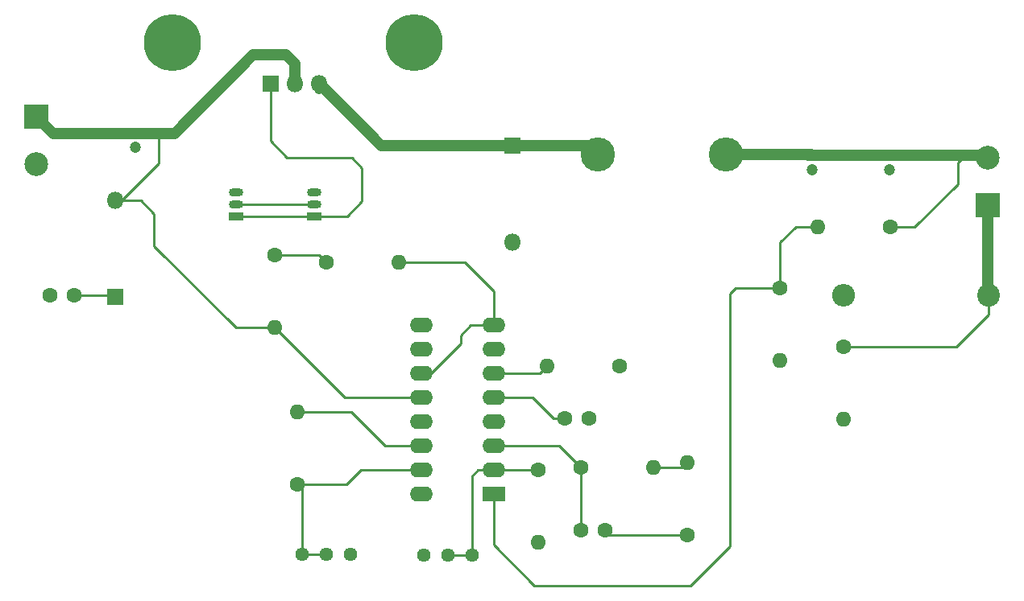
<source format=gbr>
G04 #@! TF.FileFunction,Copper,L2,Bot,Signal*
%FSLAX46Y46*%
G04 Gerber Fmt 4.6, Leading zero omitted, Abs format (unit mm)*
G04 Created by KiCad (PCBNEW 4.0.6) date 09/23/17 02:02:46*
%MOMM*%
%LPD*%
G01*
G04 APERTURE LIST*
%ADD10C,0.100000*%
%ADD11C,1.600000*%
%ADD12R,1.200000X1.200000*%
%ADD13C,1.200000*%
%ADD14R,1.800000X1.800000*%
%ADD15O,1.800000X1.800000*%
%ADD16R,2.500000X2.500000*%
%ADD17C,2.500000*%
%ADD18C,3.600000*%
%ADD19O,1.500000X0.900000*%
%ADD20R,1.500000X0.900000*%
%ADD21O,1.600000X1.600000*%
%ADD22C,2.400000*%
%ADD23O,2.400000X2.400000*%
%ADD24C,1.440000*%
%ADD25R,2.400000X1.600000*%
%ADD26O,2.400000X1.600000*%
%ADD27C,5.999480*%
%ADD28C,0.250000*%
%ADD29C,1.200000*%
%ADD30C,1.000000*%
G04 APERTURE END LIST*
D10*
D11*
X86512400Y-77444600D03*
X84012400Y-77444600D03*
D12*
X92964000Y-60426600D03*
D13*
X92964000Y-61926600D03*
D11*
X139827000Y-102209600D03*
X142327000Y-102209600D03*
D12*
X164084000Y-62763400D03*
D13*
X164084000Y-64263400D03*
D11*
X140614400Y-90449400D03*
X138114400Y-90449400D03*
D12*
X172212000Y-62738000D03*
D13*
X172212000Y-64238000D03*
D14*
X90881200Y-77673200D03*
D15*
X90881200Y-67513200D03*
D14*
X132613400Y-61696600D03*
D15*
X132613400Y-71856600D03*
D16*
X82575400Y-58648600D03*
D17*
X82575400Y-63648600D03*
D16*
X182524400Y-67995800D03*
D17*
X182524400Y-62995800D03*
D18*
X141554200Y-62687200D03*
X155054200Y-62687200D03*
D19*
X103530400Y-67919600D03*
X103530400Y-66649600D03*
D20*
X103530400Y-69189600D03*
D14*
X107188000Y-55245000D03*
D15*
X109728000Y-55245000D03*
X112268000Y-55245000D03*
D19*
X111785400Y-67919600D03*
X111785400Y-66649600D03*
D20*
X111785400Y-69189600D03*
D11*
X110007400Y-97383600D03*
D21*
X110007400Y-89763600D03*
D11*
X135356600Y-95885000D03*
D21*
X135356600Y-103505000D03*
D11*
X139801600Y-95631000D03*
D21*
X147421600Y-95631000D03*
D11*
X150977600Y-102743000D03*
D21*
X150977600Y-95123000D03*
D11*
X160756600Y-76758800D03*
D21*
X160756600Y-84378800D03*
D11*
X172339000Y-70307200D03*
D21*
X164719000Y-70307200D03*
D11*
X113080800Y-74015600D03*
D21*
X120700800Y-74015600D03*
D11*
X143840200Y-84963000D03*
D21*
X136220200Y-84963000D03*
D11*
X107594400Y-73253600D03*
D21*
X107594400Y-80873600D03*
D11*
X167386000Y-82931000D03*
D21*
X167386000Y-90551000D03*
D22*
X182651400Y-77444600D03*
D23*
X167411400Y-77444600D03*
D24*
X110540800Y-104724200D03*
X113080800Y-104724200D03*
X115620800Y-104724200D03*
X128371600Y-104825800D03*
X125831600Y-104825800D03*
X123291600Y-104825800D03*
D25*
X130657600Y-98425000D03*
D26*
X123037600Y-80645000D03*
X130657600Y-95885000D03*
X123037600Y-83185000D03*
X130657600Y-93345000D03*
X123037600Y-85725000D03*
X130657600Y-90805000D03*
X123037600Y-88265000D03*
X130657600Y-88265000D03*
X123037600Y-90805000D03*
X130657600Y-85725000D03*
X123037600Y-93345000D03*
X130657600Y-83185000D03*
X123037600Y-95885000D03*
X130657600Y-80645000D03*
X123037600Y-98425000D03*
D27*
X122250200Y-50901600D03*
X96850200Y-50901600D03*
D28*
X86512400Y-77444600D02*
X90652600Y-77444600D01*
X90652600Y-77444600D02*
X90881200Y-77673200D01*
X90881200Y-67513200D02*
X91516200Y-67513200D01*
X91516200Y-67513200D02*
X95402400Y-63627000D01*
X95402400Y-63627000D02*
X95402400Y-60426600D01*
D29*
X92964000Y-60426600D02*
X95402400Y-60426600D01*
X95402400Y-60426600D02*
X97104200Y-60426600D01*
X109728000Y-53086000D02*
X109728000Y-55245000D01*
X108839000Y-52197000D02*
X109728000Y-53086000D01*
X105333800Y-52197000D02*
X108839000Y-52197000D01*
X97104200Y-60426600D02*
X105333800Y-52197000D01*
X92964000Y-60426600D02*
X84353400Y-60426600D01*
X84353400Y-60426600D02*
X82575400Y-58648600D01*
D28*
X90881200Y-67513200D02*
X90881200Y-67335400D01*
X83489800Y-59740800D02*
X82575400Y-58648600D01*
X107594400Y-80873600D02*
X103555800Y-80873600D01*
X93573600Y-67513200D02*
X90881200Y-67513200D01*
X94970600Y-68910200D02*
X93573600Y-67513200D01*
X94970600Y-72288400D02*
X94970600Y-68910200D01*
X103555800Y-80873600D02*
X94970600Y-72288400D01*
X123037600Y-88265000D02*
X114985800Y-88265000D01*
X114985800Y-88265000D02*
X107594400Y-80873600D01*
X139827000Y-102209600D02*
X139827000Y-95656400D01*
X139827000Y-95656400D02*
X139801600Y-95631000D01*
X130657600Y-93345000D02*
X137515600Y-93345000D01*
X137515600Y-93345000D02*
X139801600Y-95631000D01*
X150977600Y-102743000D02*
X142860400Y-102743000D01*
X142860400Y-102743000D02*
X142327000Y-102209600D01*
D29*
X172212000Y-62738000D02*
X182266600Y-62738000D01*
X182266600Y-62738000D02*
X182524400Y-62995800D01*
X164084000Y-62763400D02*
X172186600Y-62763400D01*
X172186600Y-62763400D02*
X172212000Y-62738000D01*
X155054200Y-62687200D02*
X164007800Y-62687200D01*
X164007800Y-62687200D02*
X164084000Y-62763400D01*
D30*
X182266600Y-62738000D02*
X182524400Y-62995800D01*
X172186600Y-62763400D02*
X172212000Y-62738000D01*
X164007800Y-62687200D02*
X164084000Y-62763400D01*
D28*
X172339000Y-70307200D02*
X174879000Y-70307200D01*
X179929800Y-62995800D02*
X182524400Y-62995800D01*
X179425600Y-63500000D02*
X179929800Y-62995800D01*
X179425600Y-65760600D02*
X179425600Y-63500000D01*
X174879000Y-70307200D02*
X179425600Y-65760600D01*
X130657600Y-88265000D02*
X134747000Y-88265000D01*
X136931400Y-90449400D02*
X138114400Y-90449400D01*
X134747000Y-88265000D02*
X136931400Y-90449400D01*
D29*
X132613400Y-61696600D02*
X140563600Y-61696600D01*
X140563600Y-61696600D02*
X141554200Y-62687200D01*
X112268000Y-55245000D02*
X112369600Y-55245000D01*
X112369600Y-55245000D02*
X118821200Y-61696600D01*
X118821200Y-61696600D02*
X132613400Y-61696600D01*
D30*
X140563600Y-61696600D02*
X141554200Y-62687200D01*
X112268000Y-55245000D02*
X112268000Y-55778400D01*
D29*
X182524400Y-67995800D02*
X182524400Y-77317600D01*
X182524400Y-77317600D02*
X182651400Y-77444600D01*
D28*
X167386000Y-82931000D02*
X179247800Y-82931000D01*
X182651400Y-79527400D02*
X182651400Y-77444600D01*
X179247800Y-82931000D02*
X182651400Y-79527400D01*
D30*
X182524400Y-77317600D02*
X182651400Y-77444600D01*
D28*
X103530400Y-67919600D02*
X111785400Y-67919600D01*
X107594400Y-73253600D02*
X112318800Y-73253600D01*
X112318800Y-73253600D02*
X113080800Y-74015600D01*
X107188000Y-55245000D02*
X107188000Y-61264800D01*
X115214400Y-69189600D02*
X111785400Y-69189600D01*
X116814600Y-67589400D02*
X115214400Y-69189600D01*
X116814600Y-64109600D02*
X116814600Y-67589400D01*
X115722400Y-63017400D02*
X116814600Y-64109600D01*
X108940600Y-63017400D02*
X115722400Y-63017400D01*
X107188000Y-61264800D02*
X108940600Y-63017400D01*
X103530400Y-69189600D02*
X111785400Y-69189600D01*
X113080800Y-104724200D02*
X110540800Y-104724200D01*
X110007400Y-97383600D02*
X115163600Y-97383600D01*
X116662200Y-95885000D02*
X123037600Y-95885000D01*
X115163600Y-97383600D02*
X116662200Y-95885000D01*
X110540800Y-104724200D02*
X110540800Y-97917000D01*
X110540800Y-97917000D02*
X110007400Y-97383600D01*
X123037600Y-93345000D02*
X119253000Y-93345000D01*
X115671600Y-89763600D02*
X110007400Y-89763600D01*
X119253000Y-93345000D02*
X115671600Y-89763600D01*
X128371600Y-104825800D02*
X128371600Y-96520000D01*
X129006600Y-95885000D02*
X130657600Y-95885000D01*
X128371600Y-96520000D02*
X129006600Y-95885000D01*
X125831600Y-104825800D02*
X128371600Y-104825800D01*
X147421600Y-95631000D02*
X150469600Y-95631000D01*
X150469600Y-95631000D02*
X150977600Y-95123000D01*
X130657600Y-95885000D02*
X135356600Y-95885000D01*
X160756600Y-76758800D02*
X156032200Y-76758800D01*
X130657600Y-103759000D02*
X130657600Y-98425000D01*
X134924800Y-108026200D02*
X130657600Y-103759000D01*
X151307800Y-108026200D02*
X134924800Y-108026200D01*
X155448000Y-103886000D02*
X151307800Y-108026200D01*
X155448000Y-77343000D02*
X155448000Y-103886000D01*
X156032200Y-76758800D02*
X155448000Y-77343000D01*
X160756600Y-76758800D02*
X160756600Y-71932800D01*
X162382200Y-70307200D02*
X164719000Y-70307200D01*
X160756600Y-71932800D02*
X162382200Y-70307200D01*
X120700800Y-74015600D02*
X127609600Y-74015600D01*
X130657600Y-77063600D02*
X130657600Y-80645000D01*
X127609600Y-74015600D02*
X130657600Y-77063600D01*
X123037600Y-85725000D02*
X124028200Y-85725000D01*
X124028200Y-85725000D02*
X127177800Y-82575400D01*
X127177800Y-82575400D02*
X127177800Y-81711800D01*
X127177800Y-81711800D02*
X128244600Y-80645000D01*
X128244600Y-80645000D02*
X130657600Y-80645000D01*
X130657600Y-85725000D02*
X135458200Y-85725000D01*
X135458200Y-85725000D02*
X136220200Y-84963000D01*
M02*

</source>
